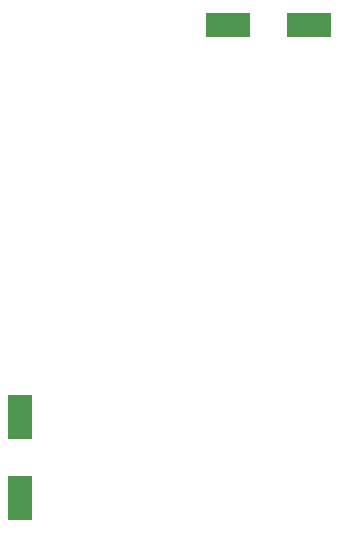
<source format=gbr>
%TF.GenerationSoftware,Altium Limited,Altium Designer,25.3.3 (18)*%
G04 Layer_Color=128*
%FSLAX45Y45*%
%MOMM*%
%TF.SameCoordinates,566CE66E-0970-42B3-A130-ADE81A1B3EF9*%
%TF.FilePolarity,Positive*%
%TF.FileFunction,Paste,Bot*%
%TF.Part,Single*%
G01*
G75*
%TA.AperFunction,SMDPad,CuDef*%
%ADD46R,2.10000X3.85000*%
%ADD47R,3.85000X2.10000*%
D46*
X1680000Y2270000D02*
D03*
Y1590000D02*
D03*
D47*
X3440000Y5590000D02*
D03*
X4120000D02*
D03*
%TF.MD5,909bb74b3c80b0cb2bb4ba0b453973cc*%
M02*

</source>
